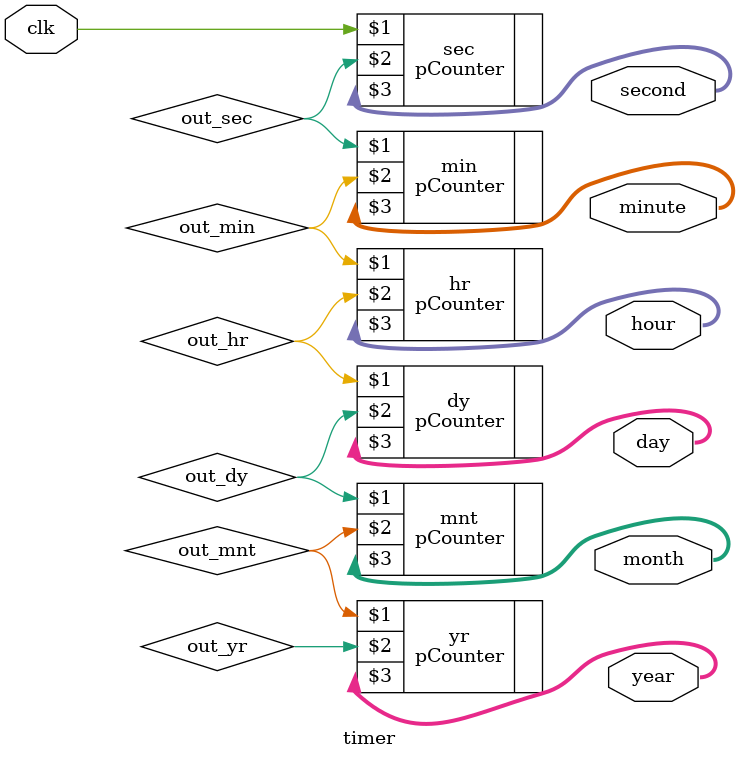
<source format=v>
module timer(clk,year,month,day,hour,minute,second);

input clk;
output [7:0] second, minute, hour, day, month, year;

wire out_sec, out_min, out_hr, out_dy, out_mnt, out_yr;

pCounter #(59) sec(clk,out_sec,second);

pCounter #(59) min(out_sec,out_min,minute);

pCounter #(23) hr(out_min,out_hr,hour);

pCounter #(29) dy(out_hr,out_dy,day);

pCounter #(11) mnt(out_dy,out_mnt,month);

pCounter #(10) yr(out_mnt,out_yr,year);

endmodule

</source>
